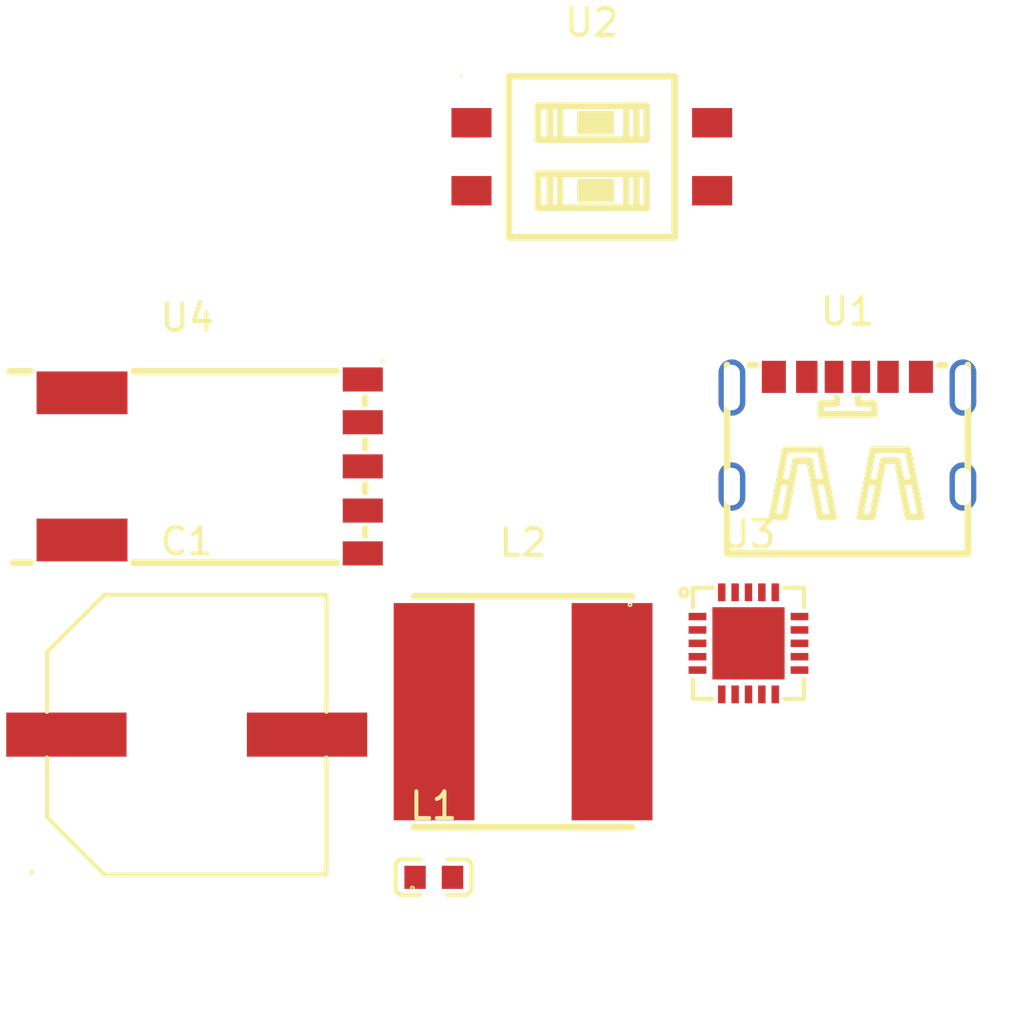
<source format=kicad_pcb>
(kicad_pcb (version 20211014) (generator pcbnew)
  (layers (0 "F.Cu" signal) (31 "B.Cu" signal) (34 "B.Paste" user) (35 "F.Paste" user) (36 "B.SilkS" user "B.Silkscreen") (37 "F.SilkS" user "F.Silkscreen") (38 "B.Mask" user) (39 "F.Mask" user) (44 "Edge.Cuts" user))
  (net 0 "")
  (footprint "import:C125977" (layer "F.Cu") (at 123.45 97.425)
    (fp_text reference "C1" (at 0 -7.226238) (layer "F.SilkS"))
    (fp_text value "UWT1H221MNL1GS")
    (fp_line (start -5.226238 3.089992) (end -5.226238 0.852426) (layer "F.SilkS") (width 0.1524))
    (fp_line (start 5.226238 0.852426) (end 5.226238 5.226238) (layer "F.SilkS") (width 0.1524))
    (fp_line (start -3.089992 -5.226238) (end -5.226238 -3.089992) (layer "F.SilkS") (width 0.1524))
    (fp_line (start 5.226238 -5.226238) (end -3.089992 -5.226238) (layer "F.SilkS") (width 0.1524))
    (fp_line (start 5.226238 5.226238) (end -3.089992 5.226238) (layer "F.SilkS") (width 0.1524))
    (fp_line (start 5.226238 -0.852426) (end 5.226238 -5.226238) (layer "F.SilkS") (width 0.1524))
    (fp_line (start -3.089992 5.226238) (end -5.226238 3.089992) (layer "F.SilkS") (width 0.1524))
    (fp_line (start -5.226238 -3.089992) (end -5.226238 -0.852426) (layer "F.SilkS") (width 0.1524))
    (fp_circle (center -5.800102 5.150114) (end -5.77013 5.150114) (layer "F.SilkS") (width 0.059995) (fill none))
    (pad "1" smd rect locked (at -4.499873 0) (size 4.5 1.650013) (layers "F.Cu" "F.Paste" "F.Mask"))
    (pad "2" smd rect locked (at 4.499873 0) (size 4.5 1.650013) (layers "F.Cu" "F.Paste" "F.Mask"))
  )
  (footprint "import:C145801" (layer "F.Cu") (at 123.473177 87.421535)
    (fp_text reference "U4" (at 0 -5.577978) (layer "F.SilkS"))
    (fp_text value "PJ-614")
    (fp_line (start -6.64605 -3.577978) (end -5.868987 -3.577978) (layer "F.SilkS") (width 0.254001))
    (fp_line (start -2.006985 -3.577978) (end 5.580772 -3.577978) (layer "F.SilkS") (width 0.254001))
    (fp_line (start -5.863526 3.577978) (end -6.518034 3.577978) (layer "F.SilkS") (width 0.254001))
    (fp_line (start 6.64605 0.65875) (end 6.64605 0.948311) (layer "F.SilkS") (width 0.254001))
    (fp_line (start 6.64605 2.309754) (end 6.64605 2.545974) (layer "F.SilkS") (width 0.254001))
    (fp_line (start 6.64605 -0.990729) (end 6.64605 -0.702692) (layer "F.SilkS") (width 0.254001))
    (fp_line (start 6.64605 -2.590932) (end 6.64605 -2.353188) (layer "F.SilkS") (width 0.254001))
    (fp_line (start 5.581534 3.577978) (end -2.012522 3.577978) (layer "F.SilkS") (width 0.254001))
    (fp_circle (center 7.31204 -3.958979) (end 7.342037 -3.958979) (layer "F.SilkS") (width 0.059995) (fill none))
    (pad "1" smd rect locked (at 6.561976 -3.271908) (size 1.5 0.9) (layers "F.Cu" "F.Paste" "F.Mask"))
    (pad "2" smd rect locked (at 6.561976 -1.671958) (size 1.5 0.9) (layers "F.Cu" "F.Paste" "F.Mask"))
    (pad "3" smd rect locked (at 6.561976 1.629032) (size 1.5 0.9) (layers "F.Cu" "F.Paste" "F.Mask"))
    (pad "4" smd rect locked (at 6.561976 3.227965) (size 1.5 0.9) (layers "F.Cu" "F.Paste" "F.Mask"))
    (pad "5" smd rect locked (at 6.561976 -0.021971) (size 1.5 0.9) (layers "F.Cu" "F.Paste" "F.Mask"))
    (pad "6" smd rect locked (at -3.937897 -2.771781) (size 3.4 1.6) (layers "F.Cu" "F.Paste" "F.Mask"))
    (pad "7" smd rect locked (at -3.937897 2.728092) (size 3.4 1.6) (layers "F.Cu" "F.Paste" "F.Mask"))
  )
  (footprint "import:C85831" (layer "F.Cu") (at 132.683701 102.749367)
    (fp_text reference "L1" (at 0 -2.660605) (layer "F.SilkS"))
    (fp_text value "BLM18KG121TN1D")
    (fp_line (start 1.265075 -0.660605) (end 1.417374 -0.508179) (layer "F.SilkS") (width 0.1524))
    (fp_line (start -1.264948 -0.660605) (end -0.502946 -0.660605) (layer "F.SilkS") (width 0.151994))
    (fp_line (start -1.264948 0.660605) (end -1.417374 0.508255) (layer "F.SilkS") (width 0.1524))
    (fp_line (start 1.417374 -0.508179) (end 1.417374 0.508255) (layer "F.SilkS") (width 0.1524))
    (fp_line (start 1.265075 -0.660605) (end 0.503073 -0.660605) (layer "F.SilkS") (width 0.151994))
    (fp_line (start -1.264948 0.660605) (end -0.502946 0.660605) (layer "F.SilkS") (width 0.151994))
    (fp_line (start 1.265075 0.660605) (end 0.503073 0.660605) (layer "F.SilkS") (width 0.151994))
    (fp_line (start -1.417374 -0.508179) (end -1.264948 -0.660605) (layer "F.SilkS") (width 0.1524))
    (fp_line (start -1.417374 0.508255) (end -1.417374 -0.508179) (layer "F.SilkS") (width 0.1524))
    (fp_line (start 1.417374 0.508255) (end 1.265075 0.660605) (layer "F.SilkS") (width 0.1524))
    (fp_circle (center -0.793269 0.409246) (end -0.763272 0.409246) (layer "F.SilkS") (width 0.059995) (fill none))
    (pad "1" smd rect locked (at -0.693167 0.009246 180) (size 0.8 0.864008) (layers "F.Cu" "F.Paste" "F.Mask"))
    (pad "2" smd rect locked (at 0.706629 0.009246 180) (size 0.8 0.864008) (layers "F.Cu" "F.Paste" "F.Mask"))
  )
  (footprint "import:C340238" (layer "F.Cu") (at 136.030043 96.567571)
    (fp_text reference "L2" (at 0 -6.318009) (layer "F.SilkS"))
    (fp_text value "ASWPA8050S4R7MT")
    (fp_line (start -4.0762 -4.318009) (end 4.0762 -4.318009) (layer "F.SilkS") (width 0.254001))
    (fp_line (start -4.0762 4.318009) (end 4.0762 4.318009) (layer "F.SilkS") (width 0.254001))
    (fp_circle (center 4 -4) (end 4.029972 -4) (layer "F.SilkS") (width 0.059995) (fill none))
    (pad "1" smd rect locked (at 3.327915 0) (size 3.024003 8.120015) (layers "F.Cu" "F.Paste" "F.Mask"))
    (pad "2" smd rect locked (at -3.327915 0) (size 3.024003 8.120015) (layers "F.Cu" "F.Paste" "F.Mask"))
  )
  (footprint "import:C709355" (layer "F.Cu") (at 148.160015 87.132572)
    (fp_text reference "U1" (at 0 -5.520015) (layer "F.SilkS"))
    (fp_text value "KH-TYPE-C-6P")
    (fp_line (start -3.65113 -3.520015) (end -3.429108 -3.520015) (layer "F.SilkS") (width 0.25))
    (fp_line (start -1 -2.08001) (end -0.4 -2.08001) (layer "F.SilkS") (width 0.25))
    (fp_line (start 0.4 -2.08001) (end 0.4 -2.28001) (layer "F.SilkS") (width 0.25))
    (fp_line (start 0.758852 0.847676) (end 1.157633 0.847676) (layer "F.SilkS") (width 0.254001))
    (fp_line (start 3.429159 -3.520015) (end 3.651181 -3.520015) (layer "F.SilkS") (width 0.25))
    (fp_line (start 2.058217 0.847371) (end 2.458217 0.847371) (layer "F.SilkS") (width 0.254001))
    (fp_line (start -2.817653 2.153239) (end -2.319812 -0.348666) (layer "F.SilkS") (width 0.254001))
    (fp_line (start 2.757836 2.148158) (end 2.262535 2.148158) (layer "F.SilkS") (width 0.254001))
    (fp_line (start 1 -1.68001) (end 1 -2.08001) (layer "F.SilkS") (width 0.25))
    (fp_line (start -1.019329 -0.348666) (end -0.518948 2.153239) (layer "F.SilkS") (width 0.254001))
    (fp_line (start -4.499975 -3.520015) (end -4.5 3.470028) (layer "F.SilkS") (width 0.25))
    (fp_line (start -4.499975 3.520015) (end 4.5 3.520015) (layer "F.SilkS") (width 0.25))
    (fp_line (start -1 -1.68001) (end -1 -2.08001) (layer "F.SilkS") (width 0.25))
    (fp_line (start -2.319812 -0.348666) (end -1.019329 -0.348666) (layer "F.SilkS") (width 0.254001))
    (fp_line (start 2.257455 -0.353747) (end 2.757836 2.148158) (layer "F.SilkS") (width 0.254001))
    (fp_line (start -0.4 -2.08001) (end -0.4 -2.28001) (layer "F.SilkS") (width 0.25))
    (fp_line (start 4.5 -3.520015) (end 4.5 3.470028) (layer "F.SilkS") (width 0.25))
    (fp_line (start -1.010008 -1.68001) (end 1.010008 -1.68001) (layer "F.SilkS") (width 0.25))
    (fp_line (start 1.335433 0.047574) (end 0.934112 2.148158) (layer "F.SilkS") (width 0.254001))
    (fp_line (start 1 -2.08001) (end 0.4 -2.08001) (layer "F.SilkS") (width 0.25))
    (fp_line (start -2.342672 2.153239) (end -2.817653 2.153239) (layer "F.SilkS") (width 0.254001))
    (fp_line (start -1.014249 2.153239) (end -1.41303 0.052654) (layer "F.SilkS") (width 0.254001))
    (fp_line (start 0.956972 -0.353747) (end 2.257455 -0.353747) (layer "F.SilkS") (width 0.254001))
    (fp_line (start -2.517932 0.852756) (end -2.119152 0.852756) (layer "F.SilkS") (width 0.254001))
    (fp_line (start -1.218567 0.852451) (end -0.818567 0.852451) (layer "F.SilkS") (width 0.254001))
    (fp_line (start 1.863754 0.047574) (end 1.335433 0.047574) (layer "F.SilkS") (width 0.254001))
    (fp_line (start 0.934112 2.148158) (end 0.459131 2.148158) (layer "F.SilkS") (width 0.254001))
    (fp_line (start 0.459131 2.148158) (end 0.956972 -0.353747) (layer "F.SilkS") (width 0.254001))
    (fp_line (start -1.941351 0.052654) (end -2.342672 2.153239) (layer "F.SilkS") (width 0.254001))
    (fp_line (start -0.518948 2.153239) (end -1.014249 2.153239) (layer "F.SilkS") (width 0.254001))
    (fp_line (start 2.262535 2.148158) (end 1.863754 0.047574) (layer "F.SilkS") (width 0.254001))
    (fp_line (start -1.41303 0.052654) (end -1.941351 0.052654) (layer "F.SilkS") (width 0.254001))
    (fp_circle (center -4.479909 -3.339903) (end -4.449936 -3.339903) (layer "F.SilkS") (width 0.059995) (fill none))
    (pad "1" thru_hole oval locked (at -4.319888 -2.68001) (size 1 2.1) (drill oval 0.599949 1.700025) (layers *.Cu *.Mask))
    (pad "2" thru_hole oval locked (at 4.319939 -2.68001) (size 1 2.1) (drill oval 0.599949 1.700025) (layers *.Cu *.Mask))
    (pad "3" thru_hole oval locked (at -4.319888 1.020015) (size 1 1.8) (drill oval 0.599949 1.400051) (layers *.Cu *.Mask))
    (pad "4" thru_hole oval locked (at 4.319939 1.020015) (size 1 1.8) (drill oval 0.599949 1.400051) (layers *.Cu *.Mask))
    (pad "A5" smd rect locked (at -0.499975 -3.080061) (size 0.7 1.2) (layers "F.Cu" "F.Paste" "F.Mask"))
    (pad "A9" smd rect locked (at 1.520091 -3.080061) (size 0.8 1.2) (layers "F.Cu" "F.Paste" "F.Mask"))
    (pad "A12" smd rect locked (at 2.749962 -3.080061) (size 0.9 1.2) (layers "F.Cu" "F.Paste" "F.Mask"))
    (pad "B5" smd rect locked (at 0.500025 -3.080061) (size 0.7 1.2) (layers "F.Cu" "F.Paste" "F.Mask"))
    (pad "B9" smd rect locked (at -1.520041 -3.080061) (size 0.8 1.2) (layers "F.Cu" "F.Paste" "F.Mask"))
    (pad "B12" smd rect locked (at -2.749911 -3.080061) (size 0.9 1.2) (layers "F.Cu" "F.Paste" "F.Mask"))
  )
  (footprint "import:C54949" (layer "F.Cu") (at 138.6 75.825)
    (fp_text reference "U2" (at 0 -5.009982) (layer "F.SilkS"))
    (fp_text value "DSIC02LSGET")
    (fp_line (start 1.287884 -1.905004) (end 1.287884 -0.635001) (layer "F.SilkS") (width 0.254001))
    (fp_line (start 3.100051 -3.009982) (end 3.100051 3.009982) (layer "F.SilkS") (width 0.254001))
    (fp_line (start -1.569622 0.635001) (end -1.569622 1.905004) (layer "F.SilkS") (width 0.254001))
    (fp_line (start -2.014122 -0.635001) (end -2.014122 -1.905004) (layer "F.SilkS") (width 0.254001))
    (fp_line (start 3.100051 3.009982) (end -3.099898 3.009982) (layer "F.SilkS") (width 0.254001))
    (fp_line (start 1.668885 -1.905004) (end 1.668885 -0.635001) (layer "F.SilkS") (width 0.254001))
    (fp_line (start -2.014122 0.635001) (end 2.049886 0.635001) (layer "F.SilkS") (width 0.254001))
    (fp_line (start -3.099898 -3.009982) (end 3.100051 -3.009982) (layer "F.SilkS") (width 0.254001))
    (fp_line (start 2.049886 0.635001) (end 2.049886 1.905004) (layer "F.SilkS") (width 0.254001))
    (fp_line (start 1.287884 0.635001) (end 1.287884 1.905004) (layer "F.SilkS") (width 0.254001))
    (fp_line (start -2.014122 1.905004) (end -2.014122 0.635001) (layer "F.SilkS") (width 0.254001))
    (fp_line (start -1.569622 -1.905004) (end -1.569622 -0.635001) (layer "F.SilkS") (width 0.254001))
    (fp_line (start 2.049886 -0.635001) (end -2.014122 -0.635001) (layer "F.SilkS") (width 0.254001))
    (fp_line (start 1.668885 0.635001) (end 1.668885 1.905004) (layer "F.SilkS") (width 0.254001))
    (fp_line (start -2.014122 -1.905004) (end 2.049886 -1.905004) (layer "F.SilkS") (width 0.254001))
    (fp_line (start -1.188621 0.635001) (end -1.188621 1.905004) (layer "F.SilkS") (width 0.254001))
    (fp_line (start 2.049886 -1.905004) (end 2.049886 -0.635001) (layer "F.SilkS") (width 0.254001))
    (fp_line (start -1.188621 -1.905004) (end -1.188621 -0.635001) (layer "F.SilkS") (width 0.254001))
    (fp_line (start 2.049886 1.905004) (end -2.014122 1.905004) (layer "F.SilkS") (width 0.254001))
    (fp_line (start -3.099898 3.009982) (end -3.099898 -3.009982) (layer "F.SilkS") (width 0.254001))
    (fp_circle (center -4.900051 -3.000254) (end -4.870053 -3.000254) (layer "F.SilkS") (width 0.059995) (fill none))
    (fp_poly (pts (xy -0.490094 -1.650902) (xy 0.779909 -1.650902) (xy 0.779909 -0.8889) (xy -0.490094 -0.8889)) (layer "F.SilkS") (width 0.12) (fill solid))
    (fp_poly (pts (xy -0.490094 0.889103) (xy 0.779909 0.889103) (xy 0.779909 1.651105) (xy -0.490094 1.651105)) (layer "F.SilkS") (width 0.12) (fill solid))
    (pad "1" smd rect locked (at -4.5 -1.269901 270) (size 1.1 1.5) (layers "F.Cu" "F.Paste" "F.Mask"))
    (pad "2" smd rect locked (at -4.5 1.270104 270) (size 1.1 1.5) (layers "F.Cu" "F.Paste" "F.Mask"))
    (pad "3" smd rect locked (at 4.5 1.270104 270) (size 1.1 1.5) (layers "F.Cu" "F.Paste" "F.Mask"))
    (pad "4" smd rect locked (at 4.5 -1.269901 270) (size 1.1 1.5) (layers "F.Cu" "F.Paste" "F.Mask"))
  )
  (footprint "import:C7717" (layer "F.Cu") (at 144.460217 94.012605)
    (fp_text reference "U3" (at 0 -4.0762) (layer "F.SilkS"))
    (fp_text value "TPA2012D2RTJR")
    (fp_line (start 2.0762 2.0762) (end 2.0762 1.330505) (layer "F.SilkS") (width 0.1524))
    (fp_line (start -2.0762 -2.0762) (end -2.0762 -1.330505) (layer "F.SilkS") (width 0.1524))
    (fp_line (start 1.330505 -2.0762) (end 2.0762 -2.0762) (layer "F.SilkS") (width 0.1524))
    (fp_line (start -1.330505 -2.0762) (end -2.0762 -2.0762) (layer "F.SilkS") (width 0.1524))
    (fp_line (start 1.330505 2.0762) (end 2.0762 2.0762) (layer "F.SilkS") (width 0.1524))
    (fp_line (start 2.0762 -2.0762) (end 2.0762 -1.330505) (layer "F.SilkS") (width 0.1524))
    (fp_line (start -1.330505 2.0762) (end -2.0762 2.0762) (layer "F.SilkS") (width 0.1524))
    (fp_line (start -2.0762 2.0762) (end -2.0762 1.330505) (layer "F.SilkS") (width 0.1524))
    (fp_circle (center -2 -2) (end -1.970028 -2) (layer "F.SilkS") (width 0.059995) (fill none))
    (fp_circle (center -2.413005 -1.905004) (end -2.338075 -1.905004) (layer "F.SilkS") (width 0.150013) (fill none))
    (pad "1" smd rect locked (at -1.907544 -1) (size 0.664999 0.28001) (layers "F.Cu" "F.Paste" "F.Mask"))
    (pad "2" smd rect locked (at -1.907544 -0.499873) (size 0.664999 0.28001) (layers "F.Cu" "F.Paste" "F.Mask"))
    (pad "3" smd rect locked (at -1.907544 0) (size 0.664999 0.28001) (layers "F.Cu" "F.Paste" "F.Mask"))
    (pad "4" smd rect locked (at -1.907544 0.500127) (size 0.664999 0.28001) (layers "F.Cu" "F.Paste" "F.Mask"))
    (pad "5" smd rect locked (at -1.907544 1) (size 0.664999 0.28001) (layers "F.Cu" "F.Paste" "F.Mask"))
    (pad "6" smd rect locked (at -1 1.907544) (size 0.28001 0.664999) (layers "F.Cu" "F.Paste" "F.Mask"))
    (pad "7" smd rect locked (at -0.499873 1.907544) (size 0.28001 0.664999) (layers "F.Cu" "F.Paste" "F.Mask"))
    (pad "8" smd rect locked (at 0 1.907544) (size 0.28001 0.664999) (layers "F.Cu" "F.Paste" "F.Mask"))
    (pad "9" smd rect locked (at 0.500127 1.907544) (size 0.28001 0.664999) (layers "F.Cu" "F.Paste" "F.Mask"))
    (pad "10" smd rect locked (at 1 1.907544) (size 0.28001 0.664999) (layers "F.Cu" "F.Paste" "F.Mask"))
    (pad "11" smd rect locked (at 1.907544 1) (size 0.664999 0.28001) (layers "F.Cu" "F.Paste" "F.Mask"))
    (pad "12" smd rect locked (at 1.907544 0.500127) (size 0.664999 0.28001) (layers "F.Cu" "F.Paste" "F.Mask"))
    (pad "13" smd rect locked (at 1.907544 0) (size 0.664999 0.28001) (layers "F.Cu" "F.Paste" "F.Mask"))
    (pad "14" smd rect locked (at 1.907544 -0.499873) (size 0.664999 0.28001) (layers "F.Cu" "F.Paste" "F.Mask"))
    (pad "15" smd rect locked (at 1.907544 -1) (size 0.664999 0.28001) (layers "F.Cu" "F.Paste" "F.Mask"))
    (pad "16" smd rect locked (at 1 -1.907544) (size 0.279909 0.664999) (layers "F.Cu" "F.Paste" "F.Mask"))
    (pad "17" smd rect locked (at 0.500127 -1.907544) (size 0.279909 0.664999) (layers "F.Cu" "F.Paste" "F.Mask"))
    (pad "18" smd rect locked (at 0 -1.907544) (size 0.279909 0.664999) (layers "F.Cu" "F.Paste" "F.Mask"))
    (pad "19" smd rect locked (at -0.499873 -1.907544) (size 0.279909 0.664999) (layers "F.Cu" "F.Paste" "F.Mask"))
    (pad "20" smd rect locked (at -1 -1.907544) (size 0.279909 0.664999) (layers "F.Cu" "F.Paste" "F.Mask"))
    (pad "21" smd rect locked (at 0 0) (size 2.7 2.7) (layers "F.Cu" "F.Paste" "F.Mask"))
  )
)
</source>
